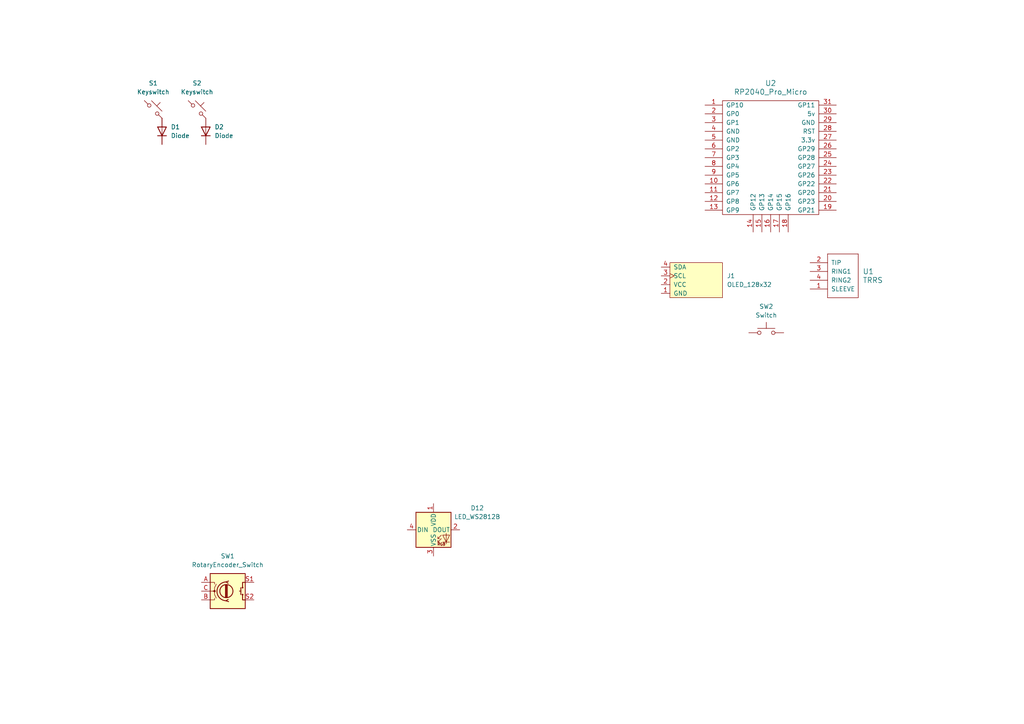
<source format=kicad_sch>
(kicad_sch (version 20231120) (generator "eeschema") (generator_version "8.0")
  (paper "A4")
  (lib_symbols
    (symbol "Device:RotaryEncoder_Switch" (pin_names (offset 0.254) hide)
      (property "Reference" "SW" (at 0 6.604 0))
      (property "Value" "RotaryEncoder_Switch" (at 0 -6.604 0))
      (symbol "RotaryEncoder_Switch_0_1"
        (rectangle (start -5.08 5.08) (end 5.08 -5.08) (stroke (width 0.254)) (fill (type background)))
        (circle (center -3.81 0) (radius 0.254) (fill (type outline)))
        (circle (center -0.381 0) (radius 1.905) (stroke (width 0.254)))
        (arc (start -0.381 2.667) (mid -3.0988 -0.0635) (end -0.381 -2.794) (stroke (width 0.254)))
        (polyline (pts (xy -0.635 -1.778) (xy -0.635 1.778)) (stroke (width 0.254)))
        (polyline (pts (xy -0.381 -1.778) (xy -0.381 1.778)) (stroke (width 0.254)))
        (polyline (pts (xy -0.127 1.778) (xy -0.127 -1.778)) (stroke (width 0.254)))
        (polyline (pts (xy 3.81 0) (xy 3.429 0)) (stroke (width 0.254)))
        (polyline (pts (xy 3.81 1.016) (xy 3.81 -1.016)) (stroke (width 0.254)))
        (polyline (pts (xy -5.08 -2.54) (xy -3.81 -2.54) (xy -3.81 -2.032)))
        (polyline (pts (xy -5.08 2.54) (xy -3.81 2.54) (xy -3.81 2.032)))
        (polyline (pts (xy 0.254 -3.048) (xy -0.508 -2.794) (xy 0.127 -2.413)) (stroke (width 0.254)))
        (polyline (pts (xy 0.254 2.921) (xy -0.508 2.667) (xy 0.127 2.286)) (stroke (width 0.254)))
        (polyline (pts (xy 5.08 -2.54) (xy 4.318 -2.54) (xy 4.318 -1.016)) (stroke (width 0.254)))
        (polyline (pts (xy 5.08 2.54) (xy 4.318 2.54) (xy 4.318 1.016)) (stroke (width 0.254)))
        (polyline (pts (xy -5.08 0) (xy -3.81 0) (xy -3.81 -1.016) (xy -3.302 -2.032)))
        (polyline (pts (xy -4.318 0) (xy -3.81 0) (xy -3.81 1.016) (xy -3.302 2.032)))
        (circle (center 4.318 -1.016) (radius 0.127) (stroke (width 0.254)))
        (circle (center 4.318 1.016) (radius 0.127) (stroke (width 0.254)))
      )
      (symbol "RotaryEncoder_Switch_1_1"
        (pin passive line (at -7.62 2.54 0) (length 2.54) (name "A") (number "A"))
        (pin passive line (at -7.62 -2.54 0) (length 2.54) (name "B") (number "B"))
        (pin passive line (at -7.62 0 0) (length 2.54) (name "C") (number "C"))
        (pin passive line (at 7.62 2.54 180) (length 2.54) (name "S1") (number "S1"))
        (pin passive line (at 7.62 -2.54 180) (length 2.54) (name "S2") (number "S2"))
      )
    )
    (symbol "ScottoKeebs:LED_WS2812B" (pin_names (offset 0.254))
      (property "Reference" "D" (at 5.08 5.715 0))
      (property "Value" "LED_WS2812B" (at 1.27 -5.715 0))
      (symbol "LED_WS2812B_0_0"
        (text "RGB" (at 2.286 -4.191 0) (effects (font (size 0.762 0.762))))
      )
      (symbol "LED_WS2812B_0_1"
        (polyline (pts (xy 1.27 -3.556) (xy 1.778 -3.556)))
        (polyline (pts (xy 1.27 -2.54) (xy 1.778 -2.54)))
        (polyline (pts (xy 4.699 -3.556) (xy 2.667 -3.556)))
        (polyline (pts (xy 2.286 -2.54) (xy 1.27 -3.556) (xy 1.27 -3.048)))
        (polyline (pts (xy 2.286 -1.524) (xy 1.27 -2.54) (xy 1.27 -2.032)))
        (polyline (pts (xy 3.683 -1.016) (xy 3.683 -3.556) (xy 3.683 -4.064)))
        (polyline (pts (xy 4.699 -1.524) (xy 2.667 -1.524) (xy 3.683 -3.556) (xy 4.699 -1.524)))
        (rectangle (start 5.08 5.08) (end -5.08 -5.08) (stroke (width 0.254)) (fill (type background)))
      )
      (symbol "LED_WS2812B_1_1"
        (pin power_in line (at 0 7.62 270) (length 2.54) (name "VDD") (number "1"))
        (pin output line (at 7.62 0 180) (length 2.54) (name "DOUT") (number "2"))
        (pin power_in line (at 0 -7.62 90) (length 2.54) (name "VSS") (number "3"))
        (pin input line (at -7.62 0 0) (length 2.54) (name "DIN") (number "4"))
      )
    )
    (symbol "ScottoKeebs:MCU_RP2040_Pro_Micro" (pin_names (offset 1.016))
      (property "Reference" "U" (at 0 0 0))
      (property "Value" "RP2040_Pro_Micro" (at 0 -27.686 0))
      (symbol "MCU_RP2040_Pro_Micro_0_1"
        (rectangle (start -13.97 16.51) (end 13.97 -16.51))
      )
      (symbol "MCU_RP2040_Pro_Micro_1_1"
        (pin input line (at -19.05 15.24 0) (length 5.08) (name "GP10") (number "1"))
        (pin input line (at -19.05 -7.62 0) (length 5.08) (name "GP6") (number "10"))
        (pin input line (at -19.05 -10.16 0) (length 5.08) (name "GP7") (number "11"))
        (pin input line (at -19.05 -12.7 0) (length 5.08) (name "GP8") (number "12"))
        (pin input line (at -19.05 -15.24 0) (length 5.08) (name "GP9") (number "13"))
        (pin input line (at -5.08 -21.59 90) (length 5.08) (name "GP12") (number "14"))
        (pin input line (at -2.54 -21.59 90) (length 5.08) (name "GP13") (number "15"))
        (pin input line (at 0 -21.59 90) (length 5.08) (name "GP14") (number "16"))
        (pin input line (at 2.54 -21.59 90) (length 5.08) (name "GP15") (number "17"))
        (pin input line (at 5.08 -21.59 90) (length 5.08) (name "GP16") (number "18"))
        (pin input line (at 19.05 -15.24 180) (length 5.08) (name "GP21") (number "19"))
        (pin input line (at -19.05 12.7 0) (length 5.08) (name "GP0") (number "2"))
        (pin input line (at 19.05 -12.7 180) (length 5.08) (name "GP23") (number "20"))
        (pin input line (at 19.05 -10.16 180) (length 5.08) (name "GP20") (number "21"))
        (pin input line (at 19.05 -7.62 180) (length 5.08) (name "GP22") (number "22"))
        (pin input line (at 19.05 -5.08 180) (length 5.08) (name "GP26") (number "23"))
        (pin input line (at 19.05 -2.54 180) (length 5.08) (name "GP27") (number "24"))
        (pin input line (at 19.05 0 180) (length 5.08) (name "GP28") (number "25"))
        (pin input line (at 19.05 2.54 180) (length 5.08) (name "GP29") (number "26"))
        (pin input line (at 19.05 5.08 180) (length 5.08) (name "3.3v") (number "27"))
        (pin input line (at 19.05 7.62 180) (length 5.08) (name "RST") (number "28"))
        (pin input line (at 19.05 10.16 180) (length 5.08) (name "GND") (number "29"))
        (pin input line (at -19.05 10.16 0) (length 5.08) (name "GP1") (number "3"))
        (pin input line (at 19.05 12.7 180) (length 5.08) (name "5v") (number "30"))
        (pin input line (at 19.05 15.24 180) (length 5.08) (name "GP11") (number "31"))
        (pin input line (at -19.05 7.62 0) (length 5.08) (name "GND") (number "4"))
        (pin input line (at -19.05 5.08 0) (length 5.08) (name "GND") (number "5"))
        (pin input line (at -19.05 2.54 0) (length 5.08) (name "GP2") (number "6"))
        (pin input line (at -19.05 0 0) (length 5.08) (name "GP3") (number "7"))
        (pin input line (at -19.05 -2.54 0) (length 5.08) (name "GP4") (number "8"))
        (pin input line (at -19.05 -5.08 0) (length 5.08) (name "GP5") (number "9"))
      )
    )
    (symbol "ScottoKeebs:OLED_128x32" (pin_names (offset 1.016))
      (property "Reference" "J" (at 0 -6.35 0))
      (property "Value" "OLED_128x32" (at 0 6.35 0))
      (symbol "OLED_128x32_0_1"
        (rectangle (start 0 5.08) (end 15.24 -5.08) (fill (type background)))
      )
      (symbol "OLED_128x32_1_1"
        (pin power_in line (at -2.54 -3.81 0) (length 2.54) (name "GND") (number "1"))
        (pin power_in line (at -2.54 -1.27 0) (length 2.54) (name "VCC") (number "2"))
        (pin input clock (at -2.54 1.27 0) (length 2.54) (name "SCL") (number "3"))
        (pin bidirectional line (at -2.54 3.81 0) (length 2.54) (name "SDA") (number "4"))
      )
    )
    (symbol "ScottoKeebs:Placeholder_Diode" (pin_numbers hide) (pin_names hide)
      (property "Reference" "D" (at 0 2.54 0))
      (property "Value" "Diode" (at 0 -2.54 0))
      (symbol "Placeholder_Diode_0_1"
        (polyline (pts (xy -1.27 1.27) (xy -1.27 -1.27)) (stroke (width 0.254)))
        (polyline (pts (xy 1.27 0) (xy -1.27 0)))
        (polyline (pts (xy 1.27 1.27) (xy 1.27 -1.27) (xy -1.27 0) (xy 1.27 1.27)) (stroke (width 0.254)))
      )
      (symbol "Placeholder_Diode_1_1"
        (pin passive line (at -3.81 0 0) (length 2.54) (name "K") (number "1"))
        (pin passive line (at 3.81 0 180) (length 2.54) (name "A") (number "2"))
      )
    )
    (symbol "ScottoKeebs:Placeholder_Keyswitch" (pin_numbers hide) (pin_names (offset 1.016) hide)
      (property "Reference" "S" (at 3.048 1.016 0))
      (property "Value" "Keyswitch" (at 0 -3.81 0))
      (symbol "Placeholder_Keyswitch_0_1"
        (circle (center -1.1684 1.1684) (radius 0.508))
        (polyline (pts (xy -0.508 2.54) (xy 2.54 -0.508)))
        (polyline (pts (xy 1.016 1.016) (xy 2.032 2.032)))
        (polyline (pts (xy -2.54 2.54) (xy -1.524 1.524) (xy -1.524 1.524)))
        (polyline (pts (xy 1.524 -1.524) (xy 2.54 -2.54) (xy 2.54 -2.54) (xy 2.54 -2.54)))
        (circle (center 1.143 -1.1938) (radius 0.508))
        (pin passive line (at -2.54 2.54 0) (length 0) (name "1") (number "1"))
        (pin passive line (at 2.54 -2.54 180) (length 0) (name "2") (number "2"))
      )
    )
    (symbol "ScottoKeebs:Placeholder_Switch" (pin_numbers hide) (pin_names (offset 1.016) hide)
      (property "Reference" "SW" (at 1.27 2.54 0))
      (property "Value" "Switch" (at 0 -1.524 0))
      (symbol "Placeholder_Switch_0_1"
        (circle (center -2.032 0) (radius 0.508))
        (polyline (pts (xy 0 1.27) (xy 0 3.048)))
        (polyline (pts (xy 2.54 1.27) (xy -2.54 1.27)))
        (circle (center 2.032 0) (radius 0.508))
        (pin passive line (at -5.08 0 0) (length 2.54) (name "1") (number "1"))
        (pin passive line (at 5.08 0 180) (length 2.54) (name "2") (number "2"))
      )
    )
    (symbol "ScottoKeebs:Placeholder_TRRS" (pin_names (offset 1.016))
      (property "Reference" "U" (at 0 15.24 0))
      (property "Value" "TRRS" (at 0 -2.54 0))
      (symbol "Placeholder_TRRS_0_1"
        (rectangle (start -3.81 0) (end -3.81 12.7))
        (rectangle (start -3.81 0) (end 5.08 0))
        (rectangle (start -3.81 12.7) (end 5.08 12.7))
        (rectangle (start 5.08 12.7) (end 5.08 0))
      )
      (symbol "Placeholder_TRRS_1_1"
        (pin input line (at -8.89 2.54 0) (length 5.08) (name "SLEEVE") (number "1"))
        (pin input line (at -8.89 10.16 0) (length 5.08) (name "TIP") (number "2"))
        (pin input line (at -8.89 7.62 0) (length 5.08) (name "RING1") (number "3"))
        (pin input line (at -8.89 5.08 0) (length 5.08) (name "RING2") (number "4"))
      )
    )
  )
  (symbol (lib_id "Device:RotaryEncoder_Switch") (at 66.04 171.45 0) (unit 1)
    (property "Reference" "SW1" (at 66.04 161.29 0))
    (property "Value" "RotaryEncoder_Switch" (at 66.04 163.83 0))
    (property "Description" "Rotary encoder, dual channel, incremental quadrate outputs, with switch" (effects (hide yes)))
  )
  (symbol (lib_id "ScottoKeebs:MCU_RP2040_Pro_Micro") (at 223.52 45.72 0) (unit 1)
    (property "Reference" "U2" (at 223.52 24.13 0) (effects (font (size 1.524 1.524))))
    (property "Value" "RP2040_Pro_Micro" (at 223.52 26.67 0) (effects (font (size 1.524 1.524))))
    (property "Footprint" "ScottoKeebs_MCU:RP2040_Pro_Micro" (effects (hide yes)))
  )
  (symbol (lib_id "ScottoKeebs:Placeholder_Diode") (at 46.99 38.1 90) (unit 1)
    (property "Reference" "D1" (at 49.53 36.8299 90) (effects (justify right)))
    (property "Value" "Diode" (at 49.53 39.3699 90) (effects (justify right)))
    (property "Description" "1N4148 (DO-35) or 1N4148W (SOD-123)" (effects (hide yes)))
    (property "Sim.Device" "D" (effects (hide yes)))
    (property "Sim.Pins" "1=K 2=A" (effects (hide yes)))
  )
  (symbol (lib_id "ScottoKeebs:LED_WS2812B") (at 125.73 153.67 0) (unit 1)
    (property "Reference" "D12" (at 138.43 147.3514 0))
    (property "Value" "LED_WS2812B" (at 138.43 149.8914 0))
    (property "Footprint" "ScottoKeebs_Components:LED_WS2812B" (effects (hide yes)))
    (property "Datasheet" "https://cdn-shop.adafruit.com/datasheets/WS2812B.pdf" (effects (hide yes)))
    (property "Description" "RGB LED with integrated controller" (effects (hide yes)))
  )
  (symbol (lib_id "ScottoKeebs:Placeholder_Keyswitch") (at 44.45 31.75 0) (unit 1)
    (property "Reference" "S1" (at 44.45 24.13 0))
    (property "Value" "Keyswitch" (at 44.45 26.67 0))
    (property "Description" "Push button switch, normally open, two pins, 45° tilted" (effects (hide yes)))
  )
  (symbol (lib_id "ScottoKeebs:Placeholder_Keyswitch") (at 57.15 31.75 0) (unit 1)
    (property "Reference" "S2" (at 57.15 24.13 0))
    (property "Value" "Keyswitch" (at 57.15 26.67 0))
    (property "Description" "Push button switch, normally open, two pins, 45° tilted" (effects (hide yes)))
  )
  (symbol (lib_id "ScottoKeebs:Placeholder_TRRS") (at 243.84 86.36 0) (unit 1)
    (property "Reference" "U1" (at 250.19 78.7399 0) (effects (font (size 1.524 1.524)) (justify left)))
    (property "Value" "TRRS" (at 250.19 81.2799 0) (effects (font (size 1.524 1.524)) (justify left)))
    (property "Footprint" "ScottoKeebs_Components:TRRS_PJ-320A" (effects (hide yes)))
  )
  (symbol (lib_id "ScottoKeebs:Placeholder_Switch") (at 222.25 96.52 0) (unit 1)
    (property "Reference" "SW2" (at 222.25 88.9 0))
    (property "Value" "Switch" (at 222.25 91.44 0))
    (property "Description" "Push button switch, generic, two pins" (effects (hide yes)))
  )
  (symbol (lib_id "ScottoKeebs:Placeholder_Diode") (at 59.69 38.1 90) (unit 1)
    (property "Reference" "D2" (at 62.23 36.8299 90) (effects (justify right)))
    (property "Value" "Diode" (at 62.23 39.3699 90) (effects (justify right)))
    (property "Description" "1N4148 (DO-35) or 1N4148W (SOD-123)" (effects (hide yes)))
    (property "Sim.Device" "D" (effects (hide yes)))
    (property "Sim.Pins" "1=K 2=A" (effects (hide yes)))
  )
  (symbol (lib_id "ScottoKeebs:OLED_128x32") (at 194.31 81.28 0) (unit 1)
    (property "Reference" "J1" (at 210.82 80.0099 0) (effects (justify left)))
    (property "Value" "OLED_128x32" (at 210.82 82.5499 0) (effects (justify left)))
    (property "Footprint" "ScottoKeebs_Components:OLED_128x32" (effects (hide yes)))
  )
)
</source>
